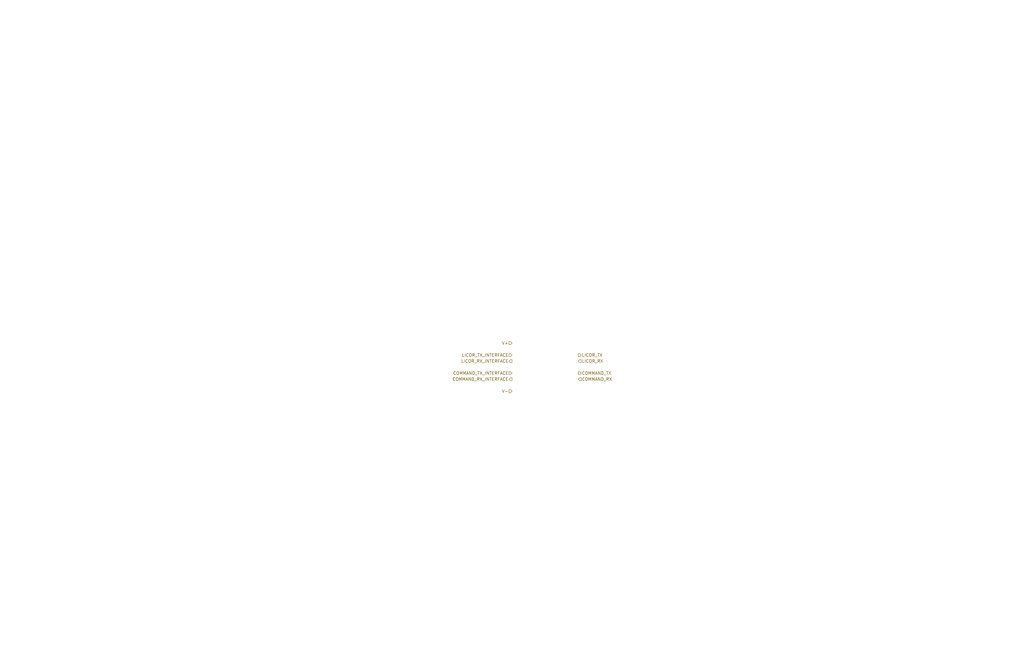
<source format=kicad_sch>
(kicad_sch (version 20211123) (generator eeschema)
  (paper "USLedger")
  (title_block (title "Serial Interfaces") (rev "201") (company "PMEL") (comment 2 "Matt Casari") (comment 4 "DRAFT"))
  (lib_symbols)
  (hierarchical_label "COMMAND_TX" (shape output) (at 243.84 157.48 0))
  (hierarchical_label "LICOR_TX_INTERFACE" (shape input) (at 215.9 149.86 180))
  (hierarchical_label "COMMAND_TX_INTERFACE" (shape input) (at 215.9 157.48 180))
  (hierarchical_label "LICOR_RX_INTERFACE" (shape output) (at 215.9 152.4 180))
  (hierarchical_label "V-" (shape input) (at 215.9 165.1 180))
  (hierarchical_label "LICOR_TX" (shape output) (at 243.84 149.86 0))
  (hierarchical_label "COMMAND_RX" (shape input) (at 243.84 160.02 0))
  (hierarchical_label "LICOR_RX" (shape input) (at 243.84 152.4 0))
  (hierarchical_label "V+" (shape input) (at 215.9 144.78 180))
  (hierarchical_label "COMMAND_RX_INTERFACE" (shape output) (at 215.9 160.02 180))
)
</source>
